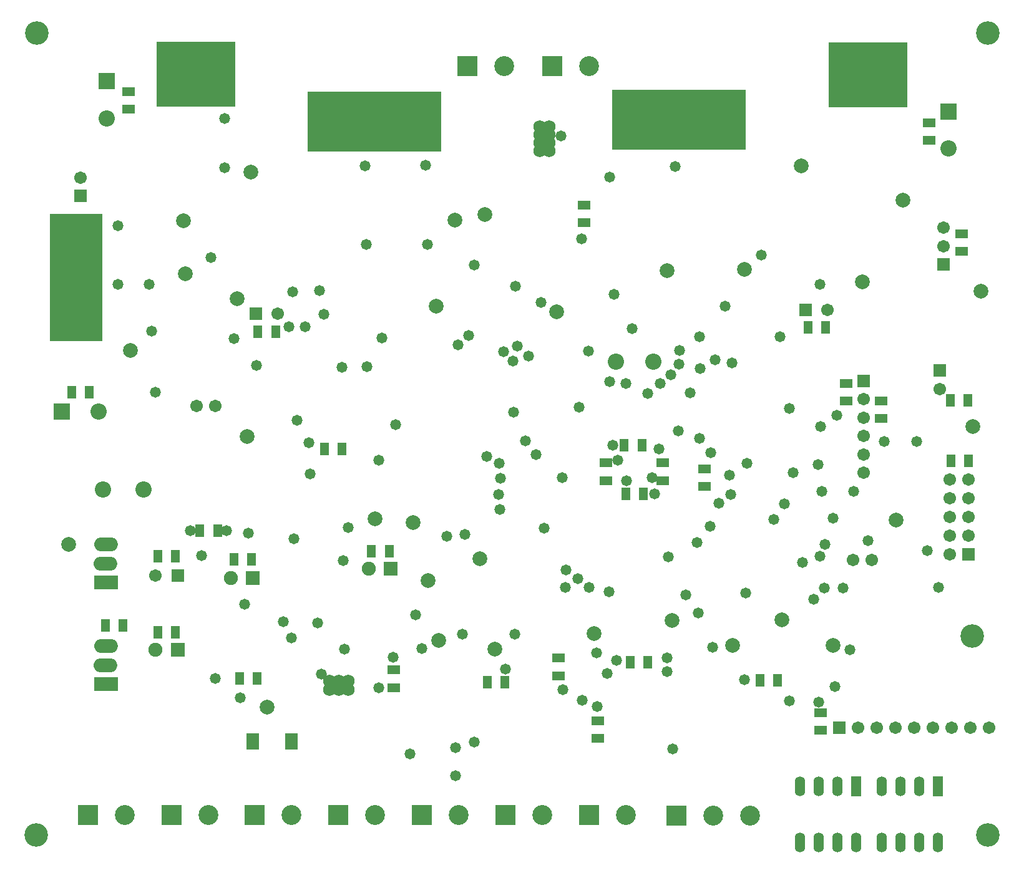
<source format=gbs>
%FSLAX24Y24*%
%MOIN*%
G70*
G01*
G75*
G04 Layer_Color=16711935*
%ADD10O,0.0110X0.0866*%
%ADD11R,0.0110X0.0866*%
%ADD12R,0.0866X0.0110*%
%ADD13R,0.0787X0.0394*%
%ADD14R,0.0472X0.0709*%
%ADD15R,0.0591X0.0472*%
%ADD16R,0.0512X0.0433*%
%ADD17R,0.0591X0.0433*%
%ADD18R,0.0472X0.0906*%
%ADD19R,0.1575X0.0866*%
%ADD20R,0.2165X0.1772*%
%ADD21R,0.0236X0.0591*%
%ADD22O,0.0236X0.0591*%
%ADD23R,0.0433X0.0591*%
%ADD24O,0.0236X0.0787*%
%ADD25R,0.0236X0.0787*%
%ADD26R,0.0591X0.0787*%
%ADD27R,0.0787X0.0591*%
%ADD28R,0.0709X0.0472*%
%ADD29O,0.0591X0.0236*%
%ADD30R,0.0591X0.0236*%
%ADD31R,0.1772X0.2165*%
%ADD32R,0.0394X0.0787*%
%ADD33R,0.0787X0.1575*%
%ADD34R,0.0472X0.0591*%
%ADD35R,0.0433X0.0512*%
%ADD36R,0.0787X0.0236*%
%ADD37O,0.0787X0.0236*%
%ADD38R,0.0315X0.0335*%
%ADD39C,0.0157*%
%ADD40C,0.0098*%
%ADD41C,0.0394*%
%ADD42C,0.0079*%
%ADD43C,0.0197*%
%ADD44C,0.0236*%
%ADD45C,0.0118*%
%ADD46C,0.0138*%
%ADD47C,0.0100*%
%ADD48R,0.1339X0.1063*%
%ADD49R,0.3071X0.1772*%
%ADD50R,0.1299X0.1535*%
%ADD51R,0.1575X0.1417*%
%ADD52R,0.0193X0.0151*%
%ADD53R,0.1116X0.0604*%
%ADD54R,0.1063X0.0906*%
%ADD55R,0.0512X0.0157*%
%ADD56C,0.1181*%
%ADD57C,0.0600*%
%ADD58C,0.0709*%
%ADD59C,0.0787*%
%ADD60R,0.0787X0.0787*%
%ADD61R,0.1181X0.0669*%
%ADD62O,0.1181X0.0669*%
%ADD63C,0.0591*%
%ADD64R,0.0591X0.0591*%
%ADD65R,0.0984X0.0984*%
%ADD66C,0.0984*%
%ADD67R,0.0472X0.0984*%
%ADD68O,0.0472X0.0984*%
%ADD69C,0.0669*%
%ADD70R,0.0669X0.0669*%
%ADD71R,0.0591X0.0591*%
%ADD72R,0.0787X0.0787*%
%ADD73C,0.0500*%
%ADD74C,0.0787*%
%ADD75R,0.4213X0.3504*%
%ADD76R,0.7165X0.3189*%
%ADD77R,0.1732X0.1811*%
%ADD78R,0.2795X0.6811*%
%ADD79C,0.0039*%
%ADD80C,0.0102*%
%ADD81C,0.0080*%
%ADD82R,5.3228X0.0551*%
%ADD83C,0.1181*%
%ADD84C,0.1969*%
%ADD85R,0.1339X0.1732*%
%ADD86R,0.0236X0.0433*%
%ADD87R,0.0827X0.1496*%
%ADD88R,0.3307X0.0394*%
%ADD89R,0.1299X0.2598*%
%ADD90R,0.4882X0.2677*%
%ADD91R,0.2874X0.3031*%
%ADD92R,0.1575X0.4409*%
%ADD93R,0.1969X1.7874*%
%ADD94R,0.1732X0.1417*%
%ADD95R,0.4173X0.3465*%
%ADD96R,4.3543X0.1496*%
%ADD97R,0.3425X0.1575*%
%ADD98R,0.4882X0.2480*%
%ADD99R,0.2362X0.7953*%
%ADD100R,0.2598X0.7520*%
%ADD101R,0.4134X0.3819*%
%ADD102R,0.2795X0.0394*%
%ADD103R,0.8622X0.5197*%
%ADD104R,1.0433X0.5197*%
%ADD105R,0.3504X0.6024*%
%ADD106O,0.0190X0.0946*%
%ADD107R,0.0190X0.0946*%
%ADD108R,0.0946X0.0190*%
%ADD109R,0.0867X0.0474*%
%ADD110R,0.0552X0.0789*%
%ADD111R,0.0671X0.0552*%
%ADD112R,0.0592X0.0513*%
%ADD113R,0.0671X0.0513*%
%ADD114R,0.0552X0.0986*%
%ADD115R,0.1655X0.0946*%
%ADD116R,0.2245X0.1852*%
%ADD117R,0.0316X0.0671*%
%ADD118O,0.0316X0.0671*%
%ADD119R,0.0513X0.0671*%
%ADD120O,0.0316X0.0867*%
%ADD121R,0.0316X0.0867*%
%ADD122R,0.0671X0.0867*%
%ADD123R,0.0867X0.0671*%
%ADD124R,0.0789X0.0552*%
%ADD125O,0.0671X0.0316*%
%ADD126R,0.0671X0.0316*%
%ADD127R,0.1852X0.2245*%
%ADD128R,0.0474X0.0867*%
%ADD129R,0.0867X0.1655*%
%ADD130R,0.0552X0.0671*%
%ADD131R,0.0513X0.0592*%
%ADD132R,0.0867X0.0316*%
%ADD133O,0.0867X0.0316*%
%ADD134R,0.0395X0.0415*%
%ADD135C,0.1261*%
%ADD136C,0.0680*%
%ADD137C,0.0789*%
%ADD138C,0.0867*%
%ADD139R,0.0867X0.0867*%
%ADD140R,0.1261X0.0749*%
%ADD141O,0.1261X0.0749*%
%ADD142C,0.0671*%
%ADD143R,0.0671X0.0671*%
%ADD144R,0.1064X0.1064*%
%ADD145C,0.1064*%
%ADD146R,0.0552X0.1064*%
%ADD147O,0.0552X0.1064*%
%ADD148C,0.0749*%
%ADD149R,0.0749X0.0749*%
%ADD150R,0.0671X0.0671*%
%ADD151R,0.0867X0.0867*%
%ADD152C,0.0580*%
D75*
X45610Y41791D02*
D03*
X9705Y41831D02*
D03*
D76*
X35512Y39390D02*
D03*
X19252Y39311D02*
D03*
D78*
X3327Y30965D02*
D03*
D113*
X36890Y19803D02*
D03*
Y20749D02*
D03*
X43071Y7717D02*
D03*
Y6771D02*
D03*
X20276Y10001D02*
D03*
Y9054D02*
D03*
X30433Y33897D02*
D03*
Y34843D02*
D03*
X50630Y32362D02*
D03*
Y33308D02*
D03*
X31181Y7284D02*
D03*
Y6338D02*
D03*
X29094Y10631D02*
D03*
Y9684D02*
D03*
X34646Y21064D02*
D03*
Y20117D02*
D03*
X31614Y21064D02*
D03*
Y20117D02*
D03*
X46299Y23425D02*
D03*
Y24371D02*
D03*
X48898Y39253D02*
D03*
Y38306D02*
D03*
X6102Y40906D02*
D03*
Y39960D02*
D03*
X44449Y25316D02*
D03*
Y24369D02*
D03*
D119*
X4881Y12362D02*
D03*
X5827D02*
D03*
X8623Y12008D02*
D03*
X7677D02*
D03*
X8623Y16063D02*
D03*
X7677D02*
D03*
X12678Y15906D02*
D03*
X11732D02*
D03*
X10867Y17441D02*
D03*
X9921D02*
D03*
X3070Y24843D02*
D03*
X4016D02*
D03*
X13031Y28071D02*
D03*
X13977D02*
D03*
X42401Y28307D02*
D03*
X43347D02*
D03*
X50946Y24409D02*
D03*
X49999D02*
D03*
X12993Y9528D02*
D03*
X12047D02*
D03*
X26221Y9331D02*
D03*
X25275D02*
D03*
X32913Y10394D02*
D03*
X33859D02*
D03*
X39842Y9449D02*
D03*
X40788D02*
D03*
X20040Y16339D02*
D03*
X19094D02*
D03*
X17520Y21811D02*
D03*
X16574D02*
D03*
X33623Y19409D02*
D03*
X32677D02*
D03*
X33544Y22008D02*
D03*
X32598D02*
D03*
X50985Y21181D02*
D03*
X50039D02*
D03*
D122*
X12732Y6181D02*
D03*
X14828D02*
D03*
D135*
X52008Y44055D02*
D03*
X51181Y11811D02*
D03*
X1220Y44055D02*
D03*
X1181Y1181D02*
D03*
X52008Y1181D02*
D03*
D136*
X16850Y9409D02*
D03*
X17362D02*
D03*
X17835D02*
D03*
Y8937D02*
D03*
X17362D02*
D03*
X16850D02*
D03*
X28583Y39055D02*
D03*
X28071D02*
D03*
Y38189D02*
D03*
X28583D02*
D03*
Y38622D02*
D03*
X28071D02*
D03*
X28583Y37756D02*
D03*
X28071D02*
D03*
X44961Y41457D02*
D03*
Y40906D02*
D03*
Y40394D02*
D03*
X45827D02*
D03*
Y40906D02*
D03*
Y41457D02*
D03*
X45394D02*
D03*
Y40906D02*
D03*
Y40394D02*
D03*
X46260Y41457D02*
D03*
Y40906D02*
D03*
Y40394D02*
D03*
X36378Y39331D02*
D03*
Y38780D02*
D03*
Y38268D02*
D03*
X37244D02*
D03*
Y38780D02*
D03*
Y39331D02*
D03*
X36811D02*
D03*
Y38780D02*
D03*
Y38268D02*
D03*
X37677Y39331D02*
D03*
Y38780D02*
D03*
Y38268D02*
D03*
X33465Y39291D02*
D03*
Y38740D02*
D03*
Y38228D02*
D03*
X34331D02*
D03*
Y38740D02*
D03*
Y39291D02*
D03*
X33898D02*
D03*
Y38740D02*
D03*
Y38228D02*
D03*
X34764Y39291D02*
D03*
Y38740D02*
D03*
Y38228D02*
D03*
X20079Y39252D02*
D03*
Y38701D02*
D03*
Y38189D02*
D03*
X20945D02*
D03*
Y38701D02*
D03*
Y39252D02*
D03*
X20512D02*
D03*
Y38701D02*
D03*
Y38189D02*
D03*
X21378Y39252D02*
D03*
Y38701D02*
D03*
Y38189D02*
D03*
X16850Y39252D02*
D03*
Y38701D02*
D03*
Y38189D02*
D03*
X17717D02*
D03*
Y38701D02*
D03*
Y39252D02*
D03*
X17283D02*
D03*
Y38701D02*
D03*
Y38189D02*
D03*
X18150Y39252D02*
D03*
Y38701D02*
D03*
Y38189D02*
D03*
X9016Y41496D02*
D03*
Y40945D02*
D03*
Y40433D02*
D03*
X9882D02*
D03*
Y40945D02*
D03*
Y41496D02*
D03*
X9449D02*
D03*
Y40945D02*
D03*
Y40433D02*
D03*
X10315Y41496D02*
D03*
Y40945D02*
D03*
Y40433D02*
D03*
X4331Y30079D02*
D03*
X3780D02*
D03*
X3268D02*
D03*
Y29213D02*
D03*
X3780D02*
D03*
X4331D02*
D03*
Y29646D02*
D03*
X3780D02*
D03*
X3268D02*
D03*
X4331Y28780D02*
D03*
X3780D02*
D03*
X3268D02*
D03*
X4213Y33071D02*
D03*
X3661D02*
D03*
X3150D02*
D03*
Y32205D02*
D03*
X3661D02*
D03*
X4213D02*
D03*
Y32638D02*
D03*
X3661D02*
D03*
X3150D02*
D03*
X4213Y31772D02*
D03*
X3661D02*
D03*
X3150D02*
D03*
D137*
X22126Y14764D02*
D03*
X21299Y17874D02*
D03*
X39016Y31417D02*
D03*
X2899Y16708D02*
D03*
X12441Y22480D02*
D03*
X9134Y31181D02*
D03*
X11929Y29843D02*
D03*
X25669Y11102D02*
D03*
X22677Y11575D02*
D03*
X51654Y30236D02*
D03*
X38386Y11299D02*
D03*
X43740Y11299D02*
D03*
X41024Y12677D02*
D03*
X30984Y11929D02*
D03*
X35157Y12638D02*
D03*
X19291Y18071D02*
D03*
X47126Y17992D02*
D03*
X22559Y29449D02*
D03*
X28976Y29134D02*
D03*
X25157Y34331D02*
D03*
X13504Y7992D02*
D03*
X51220Y22992D02*
D03*
X24882Y15945D02*
D03*
X45315Y30748D02*
D03*
X9055Y34016D02*
D03*
X47480Y35118D02*
D03*
X23543Y34055D02*
D03*
X34882Y31339D02*
D03*
X12638Y36614D02*
D03*
X6220Y27087D02*
D03*
X42047Y36929D02*
D03*
D138*
X4961Y39488D02*
D03*
X4528Y23819D02*
D03*
X49921Y37874D02*
D03*
X4744Y19646D02*
D03*
X6909D02*
D03*
X34150Y26457D02*
D03*
X32150D02*
D03*
D139*
X4961Y41457D02*
D03*
X49921Y39843D02*
D03*
D140*
X4903Y9245D02*
D03*
Y14678D02*
D03*
D141*
X4893Y10255D02*
D03*
X4903Y11275D02*
D03*
X4893Y15688D02*
D03*
X4903Y16708D02*
D03*
D142*
X3543Y36319D02*
D03*
X9736Y24094D02*
D03*
X10736D02*
D03*
X45815Y15866D02*
D03*
X44815D02*
D03*
X45394Y21516D02*
D03*
Y24469D02*
D03*
Y23484D02*
D03*
Y22500D02*
D03*
Y20531D02*
D03*
X7560Y15039D02*
D03*
X49984Y20181D02*
D03*
X50984D02*
D03*
X49984Y19181D02*
D03*
X50984D02*
D03*
X49984Y18181D02*
D03*
X50984D02*
D03*
X49984Y17181D02*
D03*
X50984D02*
D03*
X49984Y16181D02*
D03*
X46094Y6890D02*
D03*
X47094D02*
D03*
X48094D02*
D03*
X49094D02*
D03*
X50094D02*
D03*
X51094D02*
D03*
X52094D02*
D03*
X45094D02*
D03*
X14094Y29055D02*
D03*
X43464Y29252D02*
D03*
X49449Y25020D02*
D03*
X49636Y32646D02*
D03*
Y33630D02*
D03*
D143*
X3543Y35335D02*
D03*
X45394Y25453D02*
D03*
X44094Y6890D02*
D03*
X49449Y26004D02*
D03*
X49636Y31661D02*
D03*
D144*
X3937Y2244D02*
D03*
X8399D02*
D03*
X24213Y42283D02*
D03*
X28740D02*
D03*
X17323Y2244D02*
D03*
X21785D02*
D03*
X26247D02*
D03*
X12861D02*
D03*
X30709D02*
D03*
X35394Y2205D02*
D03*
D145*
X5906Y2244D02*
D03*
X10367D02*
D03*
X26181Y42283D02*
D03*
X30709D02*
D03*
X19291Y2244D02*
D03*
X23753D02*
D03*
X28215D02*
D03*
X14829D02*
D03*
X32677D02*
D03*
X39331Y2205D02*
D03*
X37362D02*
D03*
D146*
X44965Y3783D02*
D03*
X49335D02*
D03*
D147*
X43965D02*
D03*
X42965D02*
D03*
X41965D02*
D03*
X44965Y783D02*
D03*
X43965D02*
D03*
X42965D02*
D03*
X41965D02*
D03*
X46335D02*
D03*
X47335D02*
D03*
X48335D02*
D03*
X49335D02*
D03*
X46335Y3783D02*
D03*
X47335D02*
D03*
X48335D02*
D03*
D148*
X7559Y11063D02*
D03*
X11575Y14921D02*
D03*
X18937Y15394D02*
D03*
D149*
X8740Y11063D02*
D03*
X12756Y14921D02*
D03*
X20118Y15394D02*
D03*
D150*
X8740Y15039D02*
D03*
X50984Y16181D02*
D03*
X12914Y29055D02*
D03*
X42284Y29252D02*
D03*
D151*
X2559Y23819D02*
D03*
D152*
X28150Y29646D02*
D03*
X33031Y28228D02*
D03*
X16417Y9764D02*
D03*
X44646Y11063D02*
D03*
X44843Y19528D02*
D03*
X43150D02*
D03*
X41142Y18858D02*
D03*
X48228Y22205D02*
D03*
X46496D02*
D03*
X26732Y11890D02*
D03*
X23937D02*
D03*
X16299Y30276D02*
D03*
X14882Y30197D02*
D03*
X14685Y28346D02*
D03*
X19646Y27756D02*
D03*
X23701Y27362D02*
D03*
X25945Y18583D02*
D03*
X12520Y17323D02*
D03*
X10000Y16102D02*
D03*
X12323Y13504D02*
D03*
X21142Y5512D02*
D03*
X16535Y29016D02*
D03*
X32047Y30079D02*
D03*
X14370Y12559D02*
D03*
X16220Y12520D02*
D03*
X11732Y27717D02*
D03*
X12953Y26260D02*
D03*
X35079Y25787D02*
D03*
X30197Y24055D02*
D03*
X38346Y26417D02*
D03*
X37441Y26575D02*
D03*
X36614Y27795D02*
D03*
X35551Y27087D02*
D03*
X30669Y27047D02*
D03*
X49370Y14409D02*
D03*
X17598Y15827D02*
D03*
X31772Y14173D02*
D03*
X41614Y20551D02*
D03*
X37205Y21614D02*
D03*
X48780Y16378D02*
D03*
X27480Y26772D02*
D03*
X31811Y36339D02*
D03*
X15551Y28346D02*
D03*
X36102Y24803D02*
D03*
X36654Y26102D02*
D03*
X35512Y26339D02*
D03*
X35492Y22776D02*
D03*
X43071Y22992D02*
D03*
X43307Y16693D02*
D03*
X43032Y16063D02*
D03*
X42126Y15748D02*
D03*
X36535Y13032D02*
D03*
X39094Y14094D02*
D03*
X35866Y14016D02*
D03*
X25236Y21417D02*
D03*
X26890Y27323D02*
D03*
X43937Y23622D02*
D03*
X24291Y27874D02*
D03*
X24094Y17244D02*
D03*
X25866Y19370D02*
D03*
X25984Y20236D02*
D03*
X14961Y17008D02*
D03*
X25906Y21024D02*
D03*
X26654Y26496D02*
D03*
X26142Y27008D02*
D03*
X29291Y20276D02*
D03*
X23110Y17126D02*
D03*
X43740Y18110D02*
D03*
X30709Y14409D02*
D03*
X28307Y17559D02*
D03*
X38228Y20394D02*
D03*
X30118Y14882D02*
D03*
X37165Y17677D02*
D03*
X29449Y14409D02*
D03*
X29488Y15354D02*
D03*
X36496Y16811D02*
D03*
X42717Y13780D02*
D03*
X43268Y14370D02*
D03*
X44291D02*
D03*
X43858Y9094D02*
D03*
X37323Y11220D02*
D03*
X45630Y16890D02*
D03*
X42953Y20984D02*
D03*
X39134Y21024D02*
D03*
X36614Y22362D02*
D03*
X33858Y24764D02*
D03*
X34528Y25315D02*
D03*
X32677D02*
D03*
X31811Y25394D02*
D03*
X40591Y18032D02*
D03*
X37638Y18898D02*
D03*
X38268Y19370D02*
D03*
X34961Y16024D02*
D03*
X34213Y19409D02*
D03*
X27874Y21496D02*
D03*
X27323Y22244D02*
D03*
X26693Y23780D02*
D03*
X32244Y21220D02*
D03*
X34449Y21811D02*
D03*
X31969Y22008D02*
D03*
X34094Y20276D02*
D03*
X32717Y20118D02*
D03*
X34882Y9921D02*
D03*
X23583Y4331D02*
D03*
Y5827D02*
D03*
X30354Y8386D02*
D03*
X31693Y9803D02*
D03*
X32165Y10512D02*
D03*
X34882Y10630D02*
D03*
X21772Y11142D02*
D03*
X21457Y12953D02*
D03*
X14803Y11693D02*
D03*
X31102Y10906D02*
D03*
X20236Y10669D02*
D03*
X35197Y5787D02*
D03*
X31142Y8031D02*
D03*
X26260Y10039D02*
D03*
X19488Y9055D02*
D03*
X24567Y6142D02*
D03*
X41417Y23976D02*
D03*
X37992Y29449D02*
D03*
X40906Y27795D02*
D03*
X29213Y38543D02*
D03*
X30315Y33031D02*
D03*
X17638Y11102D02*
D03*
X10748Y9528D02*
D03*
X7559Y24843D02*
D03*
X11339Y17441D02*
D03*
X9409D02*
D03*
X19488Y21220D02*
D03*
X15748Y22126D02*
D03*
X18858Y26220D02*
D03*
X17520Y26181D02*
D03*
X15118Y23346D02*
D03*
X17835Y17598D02*
D03*
X15827Y20472D02*
D03*
X20394Y23110D02*
D03*
X39921Y32165D02*
D03*
X43032Y30591D02*
D03*
X35315Y36890D02*
D03*
X26772Y30512D02*
D03*
X10512Y32047D02*
D03*
X24567Y31654D02*
D03*
X22087Y32756D02*
D03*
X18819D02*
D03*
X21969Y36969D02*
D03*
X18740Y36929D02*
D03*
X12087Y8504D02*
D03*
X7362Y28110D02*
D03*
X7205Y30591D02*
D03*
X11260Y36850D02*
D03*
Y39488D02*
D03*
X5551Y30591D02*
D03*
Y33740D02*
D03*
X29331Y8937D02*
D03*
X41417Y8346D02*
D03*
X39016Y9488D02*
D03*
X42992Y8268D02*
D03*
M02*

</source>
